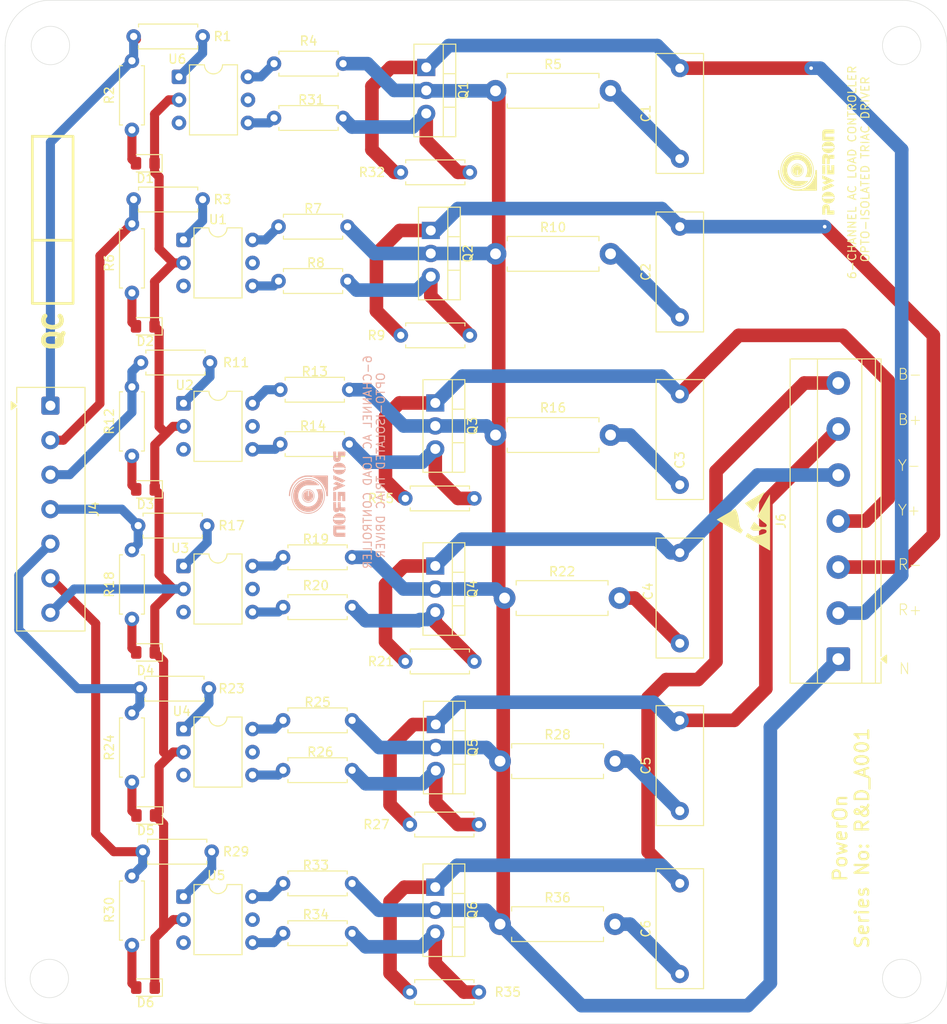
<source format=kicad_pcb>
(kicad_pcb (version 20241229) (generator "pcbnew") (generator_version "9.0")
  (layers (0 "F.Cu" signal) (2 "B.Cu" signal) (13 "F.Paste" user) (15 "B.Paste" user) (5 "F.SilkS" user "F.Silkscreen") (7 "B.SilkS" user "B.Silkscreen") (1 "F.Mask" user) (3 "B.Mask" user) (25 "Edge.Cuts" user))
  (net 0 "")
  (net 1 "Net-(J6-Pin_2)")
  (net 2 "Net-(C1-Pad1)")
  (net 3 "Net-(J6-Pin_3)")
  (net 4 "Net-(C2-Pad1)")
  (net 5 "Net-(J6-Pin_4)")
  (net 6 "Net-(C3-Pad1)")
  (net 7 "Net-(J6-Pin_5)")
  (net 8 "Net-(C4-Pad1)")
  (net 9 "Net-(J6-Pin_6)")
  (net 10 "Net-(C5-Pad1)")
  (net 11 "Net-(C6-Pad1)")
  (net 12 "Net-(J6-Pin_7)")
  (net 13 "GND")
  (net 14 "Net-(D1-A)")
  (net 15 "Net-(D2-A)")
  (net 16 "Net-(D3-A)")
  (net 17 "Net-(D4-A)")
  (net 18 "Net-(D5-A)")
  (net 19 "Net-(D6-A)")
  (net 20 "N")
  (net 21 "Net-(J4-Pin_2)")
  (net 22 "Net-(J4-Pin_1)")
  (net 23 "Net-(J4-Pin_3)")
  (net 24 "Net-(J4-Pin_4)")
  (net 25 "Net-(Q1-G)")
  (net 26 "Net-(Q2-G)")
  (net 27 "Net-(Q3-G)")
  (net 28 "Net-(Q4-G)")
  (net 29 "Net-(Q5-G)")
  (net 30 "Net-(Q6-G)")
  (net 31 "Net-(R1-Pad1)")
  (net 32 "Net-(R3-Pad1)")
  (net 33 "Net-(R4-Pad2)")
  (net 34 "Net-(R7-Pad2)")
  (net 35 "Net-(R8-Pad2)")
  (net 36 "Net-(R11-Pad1)")
  (net 37 "Net-(R13-Pad2)")
  (net 38 "Net-(R14-Pad2)")
  (net 39 "Net-(R17-Pad1)")
  (net 40 "Net-(R19-Pad2)")
  (net 41 "Net-(R20-Pad2)")
  (net 42 "Net-(J4-Pin_5)")
  (net 43 "Net-(R23-Pad1)")
  (net 44 "Net-(R25-Pad2)")
  (net 45 "Net-(R26-Pad2)")
  (net 46 "Net-(J4-Pin_6)")
  (net 47 "Net-(R29-Pad1)")
  (net 48 "Net-(R31-Pad2)")
  (net 49 "Net-(R33-Pad2)")
  (net 50 "Net-(R34-Pad2)")
  (footprint "Resistor_THT:R_Axial_DIN0207_L6.3mm_D2.5mm_P7.62mm_Horizontal" (layer "F.Cu") (at 114.69 153.5)
    (property "Reference" "R35")
    (property "Value" "10K")
  )
  (footprint "Resistor_THT:R_Axial_DIN0411_L9.9mm_D3.6mm_P12.70mm_Horizontal" (layer "F.Cu") (at 124.65 146)
    (property "Reference" "R36")
    (property "Value" "100E")
  )
  (footprint "Resistor_THT:R_Axial_DIN0207_L6.3mm_D2.5mm_P7.62mm_Horizontal" (layer "F.Cu") (at 84 104.69 -90)
    (property "Reference" "R18")
    (property "Value" "1k")
  )
  (footprint "LED_SMD:LED_0805_2012Metric_Pad1.15x1.40mm_HandSolder" (layer "F.Cu") (at 85.525 134 180)
    (property "Reference" "D5")
    (property "Value" "LED")
  )
  (footprint "Resistor_THT:R_Axial_DIN0207_L6.3mm_D2.5mm_P7.62mm_Horizontal" (layer "F.Cu") (at 108.31 147 180)
    (property "Reference" "R34")
    (property "Value" "180R")
  )
  (footprint "Resistor_THT:R_Axial_DIN0207_L6.3mm_D2.5mm_P7.62mm_Horizontal" (layer "F.Cu") (at 92.62 84 180)
    (property "Reference" "R11")
    (property "Value" "330R")
  )
  (footprint "Resistor_THT:R_Axial_DIN0207_L6.3mm_D2.5mm_P7.62mm_Horizontal" (layer "F.Cu") (at 84 140.69 -90)
    (property "Reference" "R30")
    (property "Value" "1k")
  )
  (footprint "Resistor_THT:R_Axial_DIN0207_L6.3mm_D2.5mm_P7.62mm_Horizontal" (layer "F.Cu") (at 113.69 63)
    (property "Reference" "R32")
    (property "Value" "10K")
  )
  (footprint "Resistor_THT:R_Axial_DIN0207_L6.3mm_D2.5mm_P7.62mm_Horizontal" (layer "F.Cu") (at 92.81 138 180)
    (property "Reference" "R29")
    (property "Value" "330R")
  )
  (footprint "Resistor_THT:R_Axial_DIN0207_L6.3mm_D2.5mm_P7.62mm_Horizontal" (layer "F.Cu") (at 114.19 117)
    (property "Reference" "R21")
    (property "Value" "10K")
  )
  (footprint "Resistor_THT:R_Axial_DIN0207_L6.3mm_D2.5mm_P7.62mm_Horizontal" (layer "F.Cu") (at 91.81 66 180)
    (property "Reference" "R3")
    (property "Value" "330R")
  )
  (footprint "Resistor_THT:R_Axial_DIN0411_L9.9mm_D3.6mm_P12.70mm_Horizontal" (layer "F.Cu") (at 124.15 92)
    (property "Reference" "R16")
    (property "Value" "100E")
  )
  (footprint "Resistor_THT:R_Axial_DIN0207_L6.3mm_D2.5mm_P7.62mm_Horizontal" (layer "F.Cu") (at 114.19 99)
    (property "Reference" "R15")
    (property "Value" "10K")
  )
  (footprint "pic:poweron logo main f " (layer "F.Cu") (at 158.5 63 90)
    (property "Reference" "G***" (hide yes))
    (property "Value" "LOGO" (hide yes))
  )
  (footprint "LED_SMD:LED_0805_2012Metric_Pad1.15x1.40mm_HandSolder" (layer "F.Cu") (at 85.475 62 180)
    (property "Reference" "D1")
    (property "Value" "LED")
  )
  (footprint "Resistor_THT:R_Axial_DIN0207_L6.3mm_D2.5mm_P7.62mm_Horizontal" (layer "F.Cu") (at 108.31 129 180)
    (property "Reference" "R26")
    (property "Value" "180R")
  )
  (footprint "Resistor_THT:R_Axial_DIN0207_L6.3mm_D2.5mm_P7.62mm_Horizontal" (layer "F.Cu") (at 91.81 48 180)
    (property "Reference" "R1")
    (property "Value" "330R")
  )
  (footprint "LED_SMD:LED_0805_2012Metric_Pad1.15x1.40mm_HandSolder" (layer "F.Cu") (at 85.475 80 180)
    (property "Reference" "D2")
    (property "Value" "LED")
  )
  (footprint "LED_SMD:LED_0805_2012Metric_Pad1.15x1.40mm_HandSolder" (layer "F.Cu") (at 85.5 116 180)
    (property "Reference" "D4")
    (property "Value" "LED")
  )
  (footprint "Capacitor_THT:C_Rect_L13.0mm_W5.0mm_P10.00mm_FKS3_FKP3_MKS4" (layer "F.Cu") (at 144.5 79 90)
    (property "Reference" "C2")
    (property "Value" "0.1uF / 275VAC (X2)")
  )
  (footprint "Resistor_THT:R_Axial_DIN0207_L6.3mm_D2.5mm_P7.62mm_Horizontal" (layer "F.Cu") (at 108.31 141.5 180)
    (property "Reference" "R33")
    (property "Value" "360E")
  )
  (footprint "LED_SMD:LED_0805_2012Metric_Pad1.15x1.40mm_HandSolder" (layer "F.Cu") (at 85.5 153 180)
    (property "Reference" "D6")
    (property "Value" "LED")
  )
  (footprint "Package_DIP:DIP-6_W7.62mm" (layer "F.Cu") (at 89.695 106.46)
    (property "Reference" "U3")
    (property "Value" "MOC3063M")
  )
  (footprint "Resistor_THT:R_Axial_DIN0207_L6.3mm_D2.5mm_P7.62mm_Horizontal" (layer "F.Cu") (at 114.69 135)
    (property "Reference" "R27")
    (property "Value" "10K")
  )
  (footprint "Capacitor_THT:C_Rect_L13.0mm_W5.0mm_P10.00mm_FKS3_FKP3_MKS4" (layer "F.Cu") (at 144.5 133.5 90)
    (property "Reference" "C5")
    (property "Value" "0.1uF / 275VAC (X2)")
  )
  (footprint "Resistor_THT:R_Axial_DIN0411_L9.9mm_D3.6mm_P12.70mm_Horizontal" (layer "F.Cu") (at 125.15 110)
    (property "Reference" "R22")
    (property "Value" "100E")
  )
  (footprint "Package_TO_SOT_THT:TO-220-3_Vertical" (layer "F.Cu") (at 116.5 51.42 -90)
    (property "Reference" "Q1")
    (property "Value" "BTA16-600B")
  )
  (footprint "Resistor_THT:R_Axial_DIN0207_L6.3mm_D2.5mm_P7.62mm_Horizontal" (layer "F.Cu") (at 108.31 123.5 180)
    (property "Reference" "R25")
    (property "Value" "360E")
  )
  (footprint "TerminalBlock_Phoenix:TerminalBlock_Phoenix_MKDS-1,5-7-5.08_1x07_P5.08mm_Horizontal" (layer "F.Cu") (at 162 116.74 90)
    (property "Reference" "J6")
    (property "Value" "Conn_01x07 CON2 3.81")
  )
  (footprint "Resistor_THT:R_Axial_DIN0207_L6.3mm_D2.5mm_P7.62mm_Horizontal" (layer "F.Cu") (at 84 86.69 -90)
    (property "Reference" "R12")
    (property "Value" "1k")
  )
  (footprint "Package_DIP:DIP-6_W7.62mm" (layer "F.Cu") (at 89.695 88.5)
    (property "Reference" "U2")
    (property "Value" "MOC3063M")
  )
  (footprint "Capacitor_THT:C_Rect_L13.0mm_W5.0mm_P10.00mm_FKS3_FKP3_MKS4" (layer "F.Cu") (at 144.5 151.5 90)
    (property "Reference" "C6")
    (property "Value" "0.1uF / 275VAC (X2)")
  )
  (footprint "Symbol:ESD-Logo_6.6x6mm_SilkScreen" (layer "F.Cu") (at 151.5 101.5 90)
    (property "Reference" "REF**" (hide yes))
    (property "Value" "ESD-Logo_6.6x6mm_SilkScreen" (hide yes))
  )
  (footprint "Resistor_THT:R_Axial_DIN0207_L6.3mm_D2.5mm_P7.62mm_Horizontal" (layer "F.Cu") (at 108 93 180)
    (property "Reference" "R14")
    (property "Value" "180R")
  )
  (footprint "Resistor_THT:R_Axial_DIN0207_L6.3mm_D2.5mm_P7.62mm_Horizontal" (layer "F.Cu") (at 92.31 102 180)
    (property "Reference" "R17")
    (property "Value" "330R")
  )
  (footprint "Resistor_THT:R_Axial_DIN0207_L6.3mm_D2.5mm_P7.62mm_Horizontal" (layer "F.Cu") (at 107.81 75 180)
    (property "Reference" "R8")
    (property "Value" "180R")
  )
  (footprint "Resistor_THT:R_Axial_DIN0207_L6.3mm_D2.5mm_P7.62mm_Horizontal" (layer "F.Cu") (at 108.31 105.5 180)
    (property "Reference" "R19")
    (property "Value" "360E")
  )
  (footprint "LED_SMD:LED_0805_2012Metric_Pad1.15x1.40mm_HandSolder" (layer "F.Cu") (at 85.5 98 180)
    (property "Reference" "D3")
    (property "Value" "LED")
  )
  (footprint "Package_DIP:DIP-6_W7.62mm" (layer "F.Cu") (at 89.195 52.46)
    (property "Reference" "U6")
    (property "Value" "MOC3063M")
  )
  (footprint "Resistor_THT:R_Axial_DIN0207_L6.3mm_D2.5mm_P7.62mm_Horizontal" (layer "F.Cu") (at 84 50.69 -90)
    (property "Reference" "R2")
    (property "Value" "1k")
  )
  (footprint "Resistor_THT:R_Axial_DIN0411_L9.9mm_D3.6mm_P12.70mm_Horizontal" (layer "F.Cu") (at 124.15 72)
    (property "Reference" "R10")
    (property "Value" "100E")
  )
  (footprint "Package_DIP:DIP-6_W7.62mm" (layer "F.Cu") (at 89.695 124.46)
    (property "Reference" "U4")
    (property "Value" "MOC3063M")
  )
  (footprint "Package_TO_SOT_THT:TO-220-3_Vertical" (layer "F.Cu") (at 117.5 106.46 -90)
    (property "Reference" "Q4")
    (property "Value" "BTA16-600B")
  )
  (footprint "Resistor_THT:R_Axial_DIN0207_L6.3mm_D2.5mm_P7.62mm_Horizontal" (layer "F.Cu") (at 92.5 120 180)
    (property "Reference" "R23")
    (property "Value" "330R")
  )
  (footprint "Resistor_THT:R_Axial_DIN0207_L6.3mm_D2.5mm_P7.62mm_Horizontal" (layer "F.Cu") (at 108 87 180)
    (property "Reference" "R13")
    (property "Value" "360E")
  )
  (footprint "Resistor_THT:R_Axial_DIN0207_L6.3mm_D2.5mm_P7.62mm_Horizontal" (layer "F.Cu") (at 84 122.69 -90)
    (property "Reference" "R24")
    (property "Value" "1k")
  )
  (footprint "Resistor_THT:R_Axial_DIN0207_L6.3mm_D2.5mm_P7.62mm_Horizontal" (layer "F.Cu") (at 107.81 69 180)
    (property "Reference" "R7")
    (property "Value" "360E")
  )
  (footprint "Package_DIP:DIP-6_W7.62mm" (layer "F.Cu") (at 89.695 142.96)
    (property "Reference" "U5")
    (property "Value" "MOC3063M")
  )
  (footprint "Package_TO_SOT_THT:TO-220-3_Vertical" (layer "F.Cu") (at 117.55 123.96 -90)
    (property "Reference" "Q5")
    (property "Value" "BTA16-600B")
  )
  (footprint "Package_TO_SOT_THT:TO-220-3_Vertical" (layer "F.Cu") (at 117 69.42 -90)
    (property "Reference" "Q2")
    (property "Value" "BTA16-600B")
  )
  (footprint "Resistor_THT:R_Axial_DIN0207_L6.3mm_D2.5mm_P7.62mm_Horizontal" (layer "F.Cu") (at 107.31 57 180)
    (property "Reference" "R31")
    (property "Value" "180R")
  )
  (footprint "Resistor_THT:R_Axial_DIN0207_L6.3mm_D2.5mm_P7.62mm_Horizontal" (layer "F.Cu") (at 84 68.69 -90)
    (property "Reference" "R6")
    (property "Value" "1k")
  )
  (footprint "Capacitor_THT:C_Rect_L13.0mm_W5.0mm_P10.00mm_FKS3_FKP3_MKS4" (layer "F.Cu") (at 144.5 61.5 90)
    (property "Reference" "C1")
    (property "Value" "0.1uF / 275VAC (X2)")
  )
  (footprint "Resistor_THT:R_Axial_DIN0411_L9.9mm_D3.6mm_P12.70mm_Horizontal" (layer "F.Cu") (at 124.65 128)
    (property "Reference" "R28")
    (property "Value" "100E")
  )
  (footprint "Package_TO_SOT_THT:TO-220-3_Vertical" (layer "F.Cu") (at 117.5 88.46 -90)
    (property "Reference" "Q3")
    (property "Value" "BTA16-600B")
  )
  (footprint "Capacitor_THT:C_Rect_L13.0mm_W5.0mm_P10.00mm_FKS3_FKP3_MKS4" (layer "F.Cu") (at 144.5 115 90)
    (property "Reference" "C4")
    (property "Value" "0.1uF / 275VAC (X2)")
  )
  (footprint "Package_TO_SOT_THT:TO-220-3_Vertical" (layer "F.Cu") (at 117.5 141.92 -90)
    (property "Reference" "Q6")
    (property "Value" "BTA16-600B")
  )
  (footprint "Package_DIP:DIP-6_W7.62mm" (layer "F.Cu") (at 89.695 70.46)
    (property "Reference" "U1")
    (property "Value" "MOC3063M")
  )
  (footprint "Resistor_THT:R_Axial_DIN0411_L9.9mm_D3.6mm_P12.70mm_Horizontal" (layer "F.Cu") (at 124.15 54)
    (property "Reference" "R5")
    (property "Value" "100E")
  )
  (footprint "Resistor_THT:R_Axial_DIN0207_L6.3mm_D2.5mm_P7.62mm_Horizontal" (layer "F.Cu") (at 113.69 81)
    (property "Reference" "R9")
    (property "Value" "10K")
  )
  (footprint "Capacitor_THT:C_Rect_L13.0mm_W5.0mm_P10.00mm_FKS3_FKP3_MKS4" (layer "F.Cu") (at 144.5 97.5 90)
    (property "Reference" "C3")
    (property "Value" "0.1uF / 275VAC (X2)")
  )
  (footprint "Resistor_THT:R_Axial_DIN0207_L6.3mm_D2.5mm_P7.62mm_Horizontal" (layer "F.Cu") (at 107.31 51 180)
    (property "Reference" "R4")
    (property "Value" "360E")
  )
  (footprint "TerminalBlock_Phoenix:TerminalBlock_Phoenix_MKDS-1-7-3.81_1x07_P3.81mm_Horizontal" (layer "F.Cu") (at 75 88.76 -90)
    (property "Reference" "J4")
    (property "Value" "Conn_01x07")
  )
  (footprint "Resistor_THT:R_Axial_DIN0207_L6.3mm_D2.5mm_P7.62mm_Horizontal" (layer "F.Cu") (at 108.31 111 180)
    (property "Reference" "R20")
    (property "Value" "180R")
  )
  (footprint "pic:poweron logo main f " (layer "B.Cu") (at 104.5 98.5 -90)
    (property "Reference" "G***" (hide yes))
    (property "Value" "LOGO" (hide yes))
  )
  (gr_line (start 73 70.5) (end 77.5 70.5) (stroke (width 0.3)) (layer "F.SilkS"))
  (gr_rect (start 73 59.025) (end 77.5 77.475) (stroke (width 0.3)) (fill no) (layer "F.SilkS"))
  (gr_arc (start 174 152) (mid 172.535534 155.535534) (end 169 157) (stroke (width 0.05)) (layer "Edge.Cuts"))
  (gr_circle (center 75 49) (end 76.5 50.5) (stroke (width 0.05)) (fill no) (layer "Edge.Cuts"))
  (gr_line (start 174 49) (end 174 152) (stroke (width 0.05)) (layer "Edge.Cuts"))
  (gr_circle (center 74.87868 152) (end 76.37868 153.5) (stroke (width 0.05)) (fill no) (layer "Edge.Cuts"))
  (gr_line (start 169 157) (end 75 157) (stroke (width 0.05)) (layer "Edge.Cuts"))
  (gr_line (start 70 152) (end 70 49) (stroke (width 0.05)) (layer "Edge.Cuts"))
  (gr_line (start 75 44) (end 169 44) (stroke (width 0.05)) (layer "Edge.Cuts"))
  (gr_arc (start 169 44) (mid 172.535534 45.464466) (end 174 49) (stroke (width 0.05)) (layer "Edge.Cuts"))
  (gr_circle (center 169 49) (end 170.5 50.5) (stroke (width 0.05)) (fill no) (layer "Edge.Cuts"))
  (gr_circle (center 169 152) (end 170.5 153.5) (stroke (width 0.05)) (fill no) (layer "Edge.Cuts"))
  (gr_arc (start 75 157) (mid 71.464466 155.535534) (end 70 152) (stroke (width 0.05)) (layer "Edge.Cuts"))
  (gr_arc (start 70 49) (mid 71.464466 45.464466) (end 75 44) (stroke (width 0.05)) (layer "Edge.Cuts"))
  (gr_text "QC" (at 76.5 80.525 90) (layer "F.SilkS") (effects (font (size 2 2) (thickness 0.5) (bold yes)) (justify bottom)))
  (gr_text "Y-\n\n" (at 168.5 98 0) (layer "F.SilkS") (effects (font (size 1.2 1.2) (thickness 0.1)) (justify left bottom)))
  (gr_text "PowerOn\nSeries No: R&D_A001\n" (at 165.5 136.5 90) (layer "F.SilkS") (effects (font (size 1.5 1.5) (thickness 0.25) (bold yes)) (justify bottom)))
  (gr_text "6-CHANNEL AC LOAD CONTROLLER\n OPTO-ISOLATED TRIAC DRIVER\n" (at 165.5 63 90) (layer "F.SilkS") (effects (font (size 0.9 0.9) (thickness 0.125) (bold yes)) (justify bottom)))
  (gr_text "Y+\n" (at 168.5 101 0) (layer "F.SilkS") (effects (font (size 1.2 1.2) (thickness 0.1)) (justify left bottom)))
  (gr_text "B+\n" (at 168.5 91 0) (layer "F.SilkS") (effects (font (size 1.2 1.2) (thickness 0.1)) (justify left bottom)))
  (gr_text "R+\n" (at 168.5 112 0) (layer "F.SilkS") (effects (font (size 1.2 1.2) (thickness 0.1)) (justify left bottom)))
  (gr_text "N\n" (at 170 117 180) (layer "F.SilkS") (effects (font (size 1.2 1.2) (thickness 0.1)) (justify left bottom)))
  (gr_text "B-\n" (at 168.5 86 0) (layer "F.SilkS") (effects (font (size 1.2 1.2) (thickness 0.1)) (justify left bottom)))
  (gr_text "R-\n" (at 168.5 107 0) (layer "F.SilkS") (effects (font (size 1.2 1.2) (thickness 0.1)) (justify left bottom)))
  (gr_text "6-CHANNEL AC LOAD CONTROLLER\n OPTO-ISOLATED TRIAC DRIVER\n" (at 112 95 90) (layer "B.SilkS") (effects (font (size 0.9 0.9) (thickness 0.125) (bold yes)) (justify bottom mirror)))
  (segment (start 110.5 60.5) (end 110.5 53.5) (width 1.5) (layer "F.Cu") (net 1))
  (segment (start 112.58 51.42) (end 116.5 51.42) (width 1.5) (layer "F.Cu") (net 1))
  (segment (start 159 51.5) (end 144.5 51.5) (width 1.5) (layer "F.Cu") (net 1))
  (segment (start 110.5 53.5) (end 112.58 51.42) (width 1.5) (layer "F.Cu") (net 1))
  (segment (start 113.69 63) (end 113 63) (width 1.5) (layer "F.Cu") (net 1))
  (segment (start 113 63) (end 110.5 60.5) (width 1.5) (layer "F.Cu") (net 1))
  (via (at 159 51.5) (size 1) (drill 0.4) (layers "F.Cu" "B.Cu") (net 1))
  (segment (start 169 107.5) (end 164.84 111.66) (width 1.5) (layer "B.Cu") (net 1))
  (segment (start 159 51.5) (end 160 51.5) (width 1.5) (layer "B.Cu") (net 1))
  (segment (start 164.84 111.66) (end 162 111.66) (width 1.5) (layer "B.Cu") (net 1))
  (segment (start 119 49) (end 116.58 51.42) (width 1.5) (layer "B.Cu") (net 1))
  (segment (start 116.58 51.42) (end 116.5 51.42) (width 1.5) (layer "B.Cu") (net 1))
  (segment (start 169 60.5) (end 169 107.5) (width 1.5) (layer "B.Cu") (net 1))
  (segment (start 160 51.5) (end 169 60.5) (width 1.5) (layer "B.Cu") (net 1))
  (segment (start 144.5 51.5) (end 142 49) (width 1.5) (layer "B.Cu") (net 1))
  (segment (start 142 49) (end 119 49) (width 1.5) (layer "B.Cu") (net 1))
  (segment (start 136.85 54) (end 137 54) (width 1) (layer "B.Cu") (net 2))
  (segment (start 137 54) (end 144.5 61.5) (width 1.5) (layer "B.Cu") (net 2))
  (segment (start 168.92 106.58) (end 162 106.58) (width 1.5) (layer "F.Cu") (net 3))
  (segment (start 113.58 69.42) (end 111 72) (width 1.5) (layer "F.Cu") (net 3))
  (segment (start 113.5 80.81) (end 113.69 81) (width 1) (layer "F.Cu") (net 3))
  (segment (start 111 72) (end 111 78.31) (width 1.5) (layer "F.Cu") (net 3))
  (segment (start 172.5 81) (end 172.5 103) (width 1.5) (layer "F.Cu") (net 3))
  (segment (start 160.5 69) (end 172.5 81) (width 1.5) (layer "F.Cu") (net 3))
  (segment (start 172.5 103) (end 168.92 106.58) (width 1.5) (layer "F.Cu") (net 3))
  (segment (start 117 69.42) (end 113.58 69.42) (width 1.5) (layer "F.Cu") (net 3))
  (segment (start 111 78.31) (end 113.5 80.81) (width 1.5) (layer "F.Cu") (net 3))
  (via (at 160.5 69) (size 1) (drill 0.4) (layers "F.Cu" "B.Cu") (net 3))
  (segment (start 144.5 69) (end 142.5 67) (width 1.5) (layer "B.Cu") (net 3))
  (segment (start 142.5 67) (end 120 67) (width 1.5) (layer "B.Cu") (net 3))
  (segment (start 160.5 69) (end 144.5 69) (width 1.5) (layer "B.Cu") (net 3))
  (segment (start 120 67) (end 117.58 69.42) (width 1.5) (layer "B.Cu") (net 3))
  (segment (start 117.58 69.42) (end 117 69.42) (width 1.5) (layer "B.Cu") (net 3))
  (segment (start 137.5 72) (end 144.5 79) (width 1.5) (layer "B.Cu") (net 4))
  (segment (start 136.85 72) (end 137.5 72) (width 1) (layer "B.Cu") (net 4))
  (segment (start 113.81 98.81) (end 114 98.81) (width 1.5) (layer "F.Cu") (net 5))
  (segment (start 112 97) (end 113.81 98.81) (width 1.5) (layer "F.Cu") (net 5))
  (segment (start 162 101.5) (end 165 101.5) (width 1.5) (layer "F.Cu") (net 5))
  (segment (start 162.5 81) (end 151 81) (width 1.5) (layer "F.Cu") (net 5))
  (segment (start 114 98.81) (end 114.19 99) (width 1) (layer "F.Cu") (net 5))
  (segment (start 151 81) (end 148.4499 83.5501) (width 1.5) (layer "F.Cu") (net 5))
  (segment (start 167.5 99) (end 167.5 86) (width 1.5) (layer "F.Cu") (net 5))
  (segment (start 148.4499 83.5501) (end 144.5 87.5) (width 1.5) (layer "F.Cu") (net 5))
  (segment (start 167.5 86) (end 162.5 81) (width 1.5) (layer "F.Cu") (net 5))
  (segment (start 112 90) (end 112 97) (width 1.5) (layer "F.Cu") (net 5))
  (segment (start 113.54 88.46) (end 112 90) (width 1.5) (layer "F.Cu") (net 5))
  (segment (start 117.5 88.46) (end 113.54 88.46) (width 1.5) (layer "F.Cu") (net 5))
  (segment (start 165 101.5) (end 167.5 99) (width 1.5) (layer "F.Cu") (net 5))
  (segment (start 117.54 88.46) (end 117.5 88.46) (width 1.5) (layer "B.Cu") (net 5))
  (segment (start 142.5 85.5) (end 120.5 85.5) (width 1.5) (layer "B.Cu") (net 5))
  (segment (start 120.5 85.5) (end 117.54 88.46) (width 1.5) (layer "B.Cu") (net 5))
  (segment (start 144.5 87.5) (end 142.5 85.5) (width 1.5) (layer "B.Cu") (net 5))
  (segment (start 139 92) (end 136.85 92) (width 1.5) (layer "B.Cu") (net 6))
  (segment (start 144.5 97.5) (end 139 92) (width 1.5) (layer "B.Cu") (net 6))
  (segment (start 114 116.81) (end 114.19 117) (width 1) (layer "F.Cu") (net 7))
  (segment (start 112 114.81) (end 114 116.81) (width 1.5) (layer "F.Cu") (net 7))
  (segment (start 112 108.5) (end 112 114.81) (width 1.5) (layer "F.Cu") (net 7))
  (segment (start 114.04 106.46) (end 112 108.5) (width 1.5) (layer "F.Cu") (net 7))
  (segment (start 117.5 106.46) (end 114.04 106.46) (width 1.5) (layer "F.Cu") (net 7))
  (segment (start 153.08 96.42) (end 144.5 105) (width 1.5) (layer "B.Cu") (net 7))
  (segment (start 144.5 105) (end 143.5 105) (width 1.5) (layer "B.Cu") (net 7))
  (segment (start 143.5 105) (end 142 103.5) (width 1.5) (layer "B.Cu") (net 7))
  (segment (start 142 103.5) (end 120.46 103.5) (width 1.5) (layer "B.Cu") (net 7))
  (segment (start 162 96.42) (end 153.08 96.42) (width 1.5) (layer "B.Cu") (net 7))
  (segment (start 120.46 103.5) (end 117.5 106.46) (width 1.5) (layer "B.Cu") (net 7))
  (segment (start 144.5 115) (end 139.5 110) (width 1.5) (layer "F.Cu") (net 8))
  (segment (start 139.5 110) (end 137.85 110) (width 1.5) (layer "F.Cu") (net 8))
  (segment (start 115.04 123.96) (end 117.55 123.96) (width 1.5) (layer "F.Cu") (net 9))
  (segment (start 150.5 123.5) (end 154 120) (width 1.5) (layer "F.Cu") (net 9))
  (segment (start 114.69 135) (end 112.5 132.81) (width 1.5) (layer "F.Cu") (net 9))
  (segment (start 144.5 123.5) (end 150.5 123.5) (width 1.5) (layer "F.Cu") (net 9))
  (segment (start 112.5 132.81) (end 112.5 126.5) (width 1.5) (layer "F.Cu") (net 9))
  (segment (start 154 99.34) (end 162 91.34) (width 1.5) (layer "F.Cu") (net 9))
  (segment (start 154 120) (end 154 99.34) (width 1.5) (layer "F.Cu") (net 9))
  (segment (start 112.5 126.5) (end 115.04 123.96) (width 1.5) (layer "F.Cu") (net 9))
  (segment (start 141.58 121.5) (end 144.04 123.96) (width 1.5) (layer "B.Cu") (net 9))
  (segment (start 120.01 121.5) (end 141.58 121.5) (width 1.5) (layer "B.Cu") (net 9))
  (segment (start 117.55 123.96) (end 120.01 121.5) (width 1.5) (layer "B.Cu") (net 9))
  (segment (start 144.04 123.96) (end 144.5 123.5) (width 1) (layer "B.Cu") (net 9))
  (segment (start 144.5 133.5) (end 139 128) (width 1.5) (layer "B.Cu") (net 10))
  (segment (start 139 128) (end 137.35 128) (width 1.5) (layer "B.Cu") (net 10))
  (segment (start 137.35 146) (end 139 146) (width 1.5) (layer "B.Cu") (net 11))
  (segment (start 139 146) (end 144.5 151.5) (width 1.5) (layer "B.Cu") (net 11))
  (segment (start 143 119) (end 146.5 119) (width 1.5) (layer "F.Cu") (net 12))
  (segment (start 141 138) (end 141 121) (width 1.5) (layer "F.Cu") (net 12))
  (segment (start 141 121) (end 143 119) (width 1.5) (layer "F.Cu") (net 12))
  (segment (start 148.5 117) (end 148.5 96) (width 1.5) (layer "F.Cu") (net 12))
  (segment (start 117.5 141.92) (end 114.08 141.92) (width 1.5) (layer "F.Cu") (net 12))
  (segment (start 114.08 141.92) (end 112.5 143.5) (width 1.5) (layer "F.Cu") (net 12))
  (segment (start 146.5 119) (end 148.5 117) (width 1.5) (layer "F.Cu") (net 12))
  (segment (start 144.5 141.5) (end 141 138) (width 1.5) (layer "F.Cu") (net 12))
  (segment (start 148.5 96) (end 158.24 86.26) (width 1.5) (layer "F.Cu") (net 12))
  (segment (start 112.5 143.5) (end 112.5 151.405) (width 1.5) (layer "F.Cu") (net 12))
  (segment (start 158.24 86.26) (end 162 86.26) (width 1.5) (layer "F.Cu") (net 12))
  (segment (start 114.595 153.5) (end 114.69 153.5) (width 1.5) (layer "F.Cu") (net 12))
  (segment (start 112.5 151.405) (end 114.595 153.5) (width 1.5) (layer "F.Cu") (net 12))
  (segment (start 119.92 139.5) (end 117.5 141.92) (width 1.5) (layer "B.Cu") (net 12))
  (segment (start 144.5 141.5) (end 142.5 139.5) (width 1.5) (layer "B.Cu") (net 12))
  (segment (start 142.5 139.5) (end 119.92 139.5) (width 1.5) (layer "B.Cu") (net 12))
  (segment (start 86.525 98) (end 87 98.475) (width 1) (layer "F.Cu") (net 13))
  (segment (start 86.525 116) (end 87.5 116.975) (width 1) (layer "F.Cu") (net 13))
  (segment (start 87.5 146.5) (end 87.531815 146.531815) (width 1) (layer "F.Cu") (net 13))
  (segment (start 86.525 147.53863) (end 86.525 153) (width 1) (layer "F.Cu") (net 13))
  (segment (start 87.5 127) (end 88.031815 127.531815) (width 1) (layer "F.Cu") (net 13))
  (segment (start 86.5 80) (end 87 80.5) (width 1) (layer "F.Cu") (net 13))
  (segment (start 87 63.5) (end 87 71.43637) (width 1) (layer "F.Cu") (net 13))
  (segment (start 87 71.43637) (end 88.56363 73) (width 1) (layer "F.Cu") (net 13))
  (segment (start 87.764 91.83963) (end 86.525 93.07863) (width 1) (layer "F.Cu") (net 13))
  (segment (start 87 80.5) (end 87 91.07563) (width 1) (layer "F.Cu") (net 13))
  (segment (start 86.55 134) (end 87.5 134.95) (width 1) (layer "F.Cu") (net 13))
  (segment (start 87 128.56363) (end 87 133.55) (width 1) (layer "F.Cu") (net 13))
  (segment (start 86.5 56.56363) (end 86.5 62) (width 1) (layer "F.Cu") (net 13))
  (segment (start 88.56363 127) (end 88.031815 127.531815) (width 1) (layer "F.Cu") (net 13))
  (segment (start 87.5 134.95) (end 87.5 146.5) (width 1) (layer "F.Cu") (net 13))
  (segment (start 88.56363 73) (end 86.5 75.06363) (width 1) (layer "F.Cu") (net 13))
  (segment (start 89.695 73) (end 88.56363 73) (width 1) (layer "F.Cu") (net 13))
  (segment (start 89.695 109) (end 88.56363 109) (width 1) (layer "F.Cu") (net 13))
  (segment (start 86.5 62) (end 86.5 63) (width 1) (layer "F.Cu") (net 13))
  (segment (start 86.525 93.07863) (end 86.525 98) (width 1) (layer "F.Cu") (net 13))
  (segment (start 87.5 116.975) (end 87.5 127) (width 1) (layer "F.Cu") (net 13))
  (segment (start 87.531815 146.531815) (end 86.525 147.53863) (width 1) (layer "F.Cu") (net 13))
  (segment (start 89.695 145.5) (end 88.56363 145.5) (width 1) (layer "F.Cu") (net 13))
  (segment (start 88.56363 109) (end 86.525 111.03863) (width 1) (layer "F.Cu") (net 13))
  (segment (start 89.195 55) (end 88.06363 55) (width 1) (layer "F.Cu") (net 13))
  (segment (start 88.06363 55) (end 86.5 56.56363) (width 1) (layer "F.Cu") (net 13))
  (segment (start 89.695 91.04) (end 88.56363 91.04) (width 1) (layer "F.Cu") (net 13))
  (segment (start 87 98.475) (end 87 107.43637) (width 1) (layer "F.Cu") (net 13))
  (segment (start 89.695 127) (end 88.56363 127) (width 1) (layer "F.Cu") (net 13))
  (segment (start 86.525 111.03863) (end 86.525 116) (width 1) (layer "F.Cu") (net 13))
  (segment (start 86.5 63) (end 87 63.5) (width 1) (layer "F.Cu") (net 13))
  (segment (start 87 91.07563) (end 87.764 91.83963) (width 1) (layer "F.Cu") (net 13))
  (segment (start 89.4539 73.1587) (end 89.2952 73) (width 1) (layer "F.Cu") (net 13))
  (segment (start 88.56363 91.04) (end 87.764 91.83963) (width 1) (layer "F.Cu") (net 13))
  (segment (start 88.031815 127.531815) (end 87 128.56363) (width 1) (layer "F.Cu") (net 13))
  (segment (start 89.651 145.7108) (end 89.4802 145.54) (width 1) (layer "F.Cu") (net 13))
  (segment (start 87 107.43637) (end 88.56363 109) (width 1) (layer "F.Cu") (net 13))
  (segment (start 88.56363 145.5) (end 87.531815 146.531815) (width 1) (layer "F.Cu") (net 13))
  (segment (start 86.5 75.06363) (end 86.5 80) (width 1) (layer "F.Cu") (net 13))
  (segment (start 87 133.55) (end 86.55 134) (width 1) (layer "F.Cu") (net 13))
  (segment (start 77.62 109) (end 89.695 109) (width 1) (layer "B.Cu") (net 13))
  (segment (start 75 111.62) (end 77.62 109) (width 1) (layer "B.Cu") (net 13))
  (segment (start 84.5 61.95) (end 84.45 62) (width 1) (layer "F.Cu") (net 14))
  (segment (start 84 61.55) (end 84.45 62) (width 1) (layer "F.Cu") (net 14))
  (segment (start 84 58.31) (end 84 61.55) (width 1) (layer "F.Cu") (net 14))
  (segment (start 84 76.31) (end 84 79.55) (width 1) (layer "F.Cu") (net 15))
  (segment (start 84 79.55) (end 84.45 80) (width 1) (layer "F.Cu") (net 15))
  (segment (start 84 94.31) (end 84 97.525) (width 1) (layer "F.Cu") (net 16))
  (segment (start 84 97.525) (end 84.475 98) (width 1) (layer "F.Cu") (net 16))
  (segment (start 84 112.31) (end 84 115.525) (width 1) (layer "F.Cu") (net 17))
  (segment (start 84 115.525) (end 84.475 116) (width 1) (layer "F.Cu") (net 17))
  (segment (start 84 133.5) (end 84.5 134) (width 1) (layer "F.Cu") (net 18))
  (segment (start 84 130.31) (end 84 133.5) (width 1) (layer "F.Cu") (net 18))
  (segment (start 84 152.525) (end 84.475 153) (width 1) (layer "F.Cu") (net 19))
  (segment (start 84 148.31) (end 84 152.525) (width 1) (layer "F.Cu") (net 19))
  (segment (start 125 127.65) (end 124.65 128) (width 1) (layer "F.Cu") (net 20))
  (segment (start 124.5 91.65) (end 124.15 92) (width 1.5) (layer "F.Cu") (net 20))
  (segment (start 125 110.15) (end 125 127.65) (width 1.5) (layer "F.Cu") (net 20))
  (segment (start 124.5 72.35) (end 124.5 91.65) (width 1.5) (layer "F.Cu") (net 20))
  (segment (start 124.5 71.65) (end 124.15 72) (width 1.5) (layer "F.Cu") (net 20))
  (segment (start 125 128.35) (end 125 145.65) (width 1.5) (layer "F.Cu") (net 20))
  (segment (start 124.5 54.35) (end 124.5 71.65) (width 1.5) (layer "F.Cu") (net 20))
  (segment (start 124.15 72) (end 124.5 72.35) (width 1.5) (layer "F.Cu") (net 20))
  (segment (start 124.5 109.35) (end 125 109.85) (width 1.5) (layer "F.Cu") (net 20))
  (segment (start 124.15 54) (end 124.5 54.35) (width 1.5) (layer "F.Cu") (net 20))
  (segment (start 124.5 92.35) (end 124.5 109.35) (width 1.5) (layer "F.Cu") (net 20))
  (segment (start 125.15 110) (end 125 110.15) (width 1) (layer "F.Cu") (net 20))
  (segment (start 124.15 92) (end 124.5 92.35) (width 1.5) (layer "F.Cu") (net 20))
  (segment (start 125 145.65) (end 124.65 146) (width 1.5) (layer "F.Cu") (net 20))
  (segment (start 125 109.85) (end 125.15 110) (width 1) (layer "F.Cu") (net 20))
  (segment (start 124.65 128) (end 125 128.35) (width 1.5) (layer "F.Cu") (net 20))
  (segment (start 116.54 54) (end 116.5 53.96) (width 1.5) (layer "B.Cu") (net 20))
  (segment (start 117.55 126.5) (end 123.15 126.5) (width 1.5) (layer "B.Cu") (net 20))
  (segment (start 152 155) (end 133.65 155) (width 1.5) (layer "B.Cu") (net 20))
  (segment (start 114 91) (end 117.5 91) (width 1.5) (layer "B.Cu") (net 20))
  (segment (start 117.5 91) (end 123.15 91) (width 1.5) (layer "B.Cu") (net 20))
  (segment (start 119.9017 109) (end 124.15 109) (width 1.5) (layer "B.Cu") (net 20))
  (segment (start 108.31 105.5) (end 110.5 105.5) (width 1.5) (layer "B.Cu") (net 20))
  (segment (start 110 87) (end 114 91) (width 1.5) (layer "B.Cu") (net 20))
  (segment (start 110.5 105.5) (end 114 109) (width 1.5) (layer "B.Cu") (net 20))
  (segment (start 123.11 144.46) (end 117.5 144.46) (width 1.5) (layer "B.Cu") (net 20))
  (segment (start 107.81 69) (end 110.77 71.96) (width 1.5) (layer "B.Cu") (net 20))
  (segment (start 111.31 126.5) (end 117.55 126.5) (width 1.5) (layer "B.Cu") (net 20))
  (segment (start 124.11 71.96) (end 124.15 72) (width 1) (layer "B.Cu") (net 20))
  (segment (start 107.31 51) (end 110 51) (width 1.5) (layer "B.Cu") (net 20))
  (segment (start 110.77 71.96) (end 117 71.96) (width 1.5) (layer "B.Cu") (net 20))
  (segment (start 117 71.96) (end 124.11 71.96) (width 1.5) (layer "B.Cu") (net 20))
  (segment (start 114 109) (end 117.5 109) (width 1.5) (layer "B.Cu") (net 20))
  (segment (start 108.31 123.5) (end 111.31 126.5) (width 1.5) (layer "B.Cu") (net 20))
  (segment (start 108 87) (end 110 87) (width 1.5) (layer "B.Cu") (net 20))
  (segment (start 110 51) (end 112.96 53.96) (width 1.5) (layer "B.Cu") (net 20))
  (segment (start 133.65 155) (end 124.65 146) (width 1.5) (layer "B.Cu") (net 20))
  (segment (start 117.5 109) (end 119.4259 109) (width 1.5) (layer "B.Cu") (net 20))
  (segment (start 154.5 152.5) (end 152 155) (width 1.5) (layer "B.Cu") (net 20))
  (segment (start 124.15 109) (end 125.15 110) (width 1.5) (layer "B.Cu") (net 20))
  (segment (start 154.5 124.24) (end 154.5 152.5) (width 1.5) (layer "B.Cu") (net 20))
  (segment (start 123.15 91) (end 124.15 92) (width 1.5) (layer "B.Cu") (net 20))
  (segment (start 124.15 54) (end 116.54 54) (width 1.5) (layer "B.Cu") (net 20))
  (segment (start 123.15 126.5) (end 124.65 128) (width 1.5) (layer "B.Cu") (net 20))
  (segment (start 112.96 53.96) (end 116.5 53.96) (width 1.5) (layer "B.Cu") (net 20))
  (segment (start 162 116.74) (end 154.5 124.24) (width 1.5) (layer "B.Cu") (net 20))
  (segment (start 108.31 141.5) (end 111.27 144.46) (width 1.5) (layer "B.Cu") (net 20))
  (segment (start 111.27 144.46) (end 117.5 144.46) (width 1.5) (layer "B.Cu") (net 20))
  (segment (start 124.65 146) (end 123.11 144.46) (width 1.5) (layer "B.Cu") (net 20))
  (segment (start 80.4666 72.2234) (end 80.4666 88.5334) (width 1) (layer "F.Cu") (net 21))
  (segment (start 84 68.69) (end 80.4666 72.2234) (width 1) (layer "F.Cu") (net 21))
  (segment (start 80.4666 88.5334) (end 76.43 92.57) (width 1) (layer "F.Cu") (net 21))
  (segment (start 84.19 66) (end 84 66.19) (width 1) (layer "F.Cu") (net 21))
  (segment (start 84.19 68.5) (end 84 68.69) (width 1) (layer "F.Cu") (net 21))
  (segment (start 76.43 92.57) (end 75 92.57) (width 1) (layer "F.Cu") (net 21))
  (segment (start 84.19 66) (end 84.19 68.5) (width 1) (layer "B.Cu") (net 21))
  (segment (start 84.19 68.5) (end 84 68.69) (width 1) (layer "B.Cu") (net 21))
  (segment (start 84.19 50.5) (end 84 50.69) (width 1) (layer "F.Cu") (net 22))
  (segment (start 84.5 48.31) (end 84.19 48) (width 1) (layer "F.Cu") (net 22))
  (segment (start 75 59.69) (end 75 88.76) (width 1) (layer "B.Cu") (net 22))
  (segment (start 84.19 50.5) (end 84 50.69) (width 1) (layer "B.Cu") (net 22))
  (segment (start 84.19 48) (end 84.19 50.5) (width 1) (layer "B.Cu") (net 22))
  (segment (start 84 50.69) (end 75 59.69) (width 1) (layer "B.Cu") (net 22))
  (segment (start 84 86.69) (end 84 85) (width 1) (layer "B.Cu") (net 23))
  (segment (start 77.12 96.38) (end 84 89.5) (width 1) (layer "B.Cu") (net 23))
  (segment (start 75 96.38) (end 77.12 96.38) (width 1) (layer "B.Cu") (net 23))
  (segment (start 84 89.5) (end 84 86.69) (width 1) (layer "B.Cu") (net 23))
  (segment (start 84 85) (end 85 84) (width 1) (layer "B.Cu") (net 23))
  (segment (start 84.69 102) (end 84.69 104) (width 1) (layer "B.Cu") (net 24))
  (segment (start 84.69 104) (end 84 104.69) (width 1) (layer "B.Cu") (net 24))
  (segment (start 84.69 102) (end 82.88 100.19) (width 1) (layer "B.Cu") (net 24))
  (segment (start 82.88 100.19) (end 75 100.19) (width 1) (layer "B.Cu") (net 24))
  (segment (start 120 63) (end 116.5 59.5) (width 1.5) (layer "F.Cu") (net 25))
  (segment (start 121.31 63) (end 120 63) (width 1.5) (layer "F.Cu") (net 25))
  (segment (start 116.5 59.5) (end 116.5 56.5) (width 1.5) (layer "F.Cu") (net 25))
  (segment (start 108.31 58) (end 115 58) (width 1.5) (layer "B.Cu") (net 25))
  (segment (start 107.31 57) (end 108.31 58) (width 1.5) (layer "B.Cu") (net 25))
  (segment (start 115 58) (end 116.5 56.5) (width 1.5) (layer "B.Cu") (net 25))
  (segment (start 117 74.5) (end 117 76.69) (width 1.5) (layer "F.Cu") (net 26))
  (segment (start 117 76.69) (end 121.31 81) (width 1.5) (layer "F.Cu") (net 26))
  (segment (start 115.5 76) (end 108.81 76) (width 1.5) (layer "B.Cu") (net 26))
  (segment (start 117 74.5) (end 115.5 76) (width 1.5) (layer "B.Cu") (net 26))
  (segment (start 108.81 76) (end 107.81 75) (width 1.5) (layer "B.Cu") (net 26))
  (segment (start 120 99) (end 121.81 99) (width 1.5) (layer "F.Cu") (net 27))
  (segment (start 117.5 96.5) (end 120 99) (width 1.5) (layer "F.Cu") (net 27))
  (segment (start 117.5 93.54) (end 117.5 96.5) (width 1.5) (layer "F.Cu") (net 27))
  (segment (start 116.04 95) (end 110 95) (width 1.5) (layer "B.Cu") (net 27))
  (segment (start 117.5 93.54) (end 116.04 95) (width 1.5) (layer "B.Cu") (net 27))
  (segment (start 110 95) (end 108 93) (width 1.5) (layer "B.Cu") (net 27))
  (segment (start 117.5 111.54) (end 117.5 112.69) (width 1.5) (layer "F.Cu") (net 28))
  (segment (start 117.5 112.69) (end 121.81 117) (width 1.5) (layer "F.Cu") (net 28))
  (segment (start 108.31 111) (end 109.81 112.5) (width 1.5) (layer "B.Cu") (net 28))
  (segment (start 115.807311 112.369) (end 116.671 112.369) (width 1.5) (layer "B.Cu") (net 28))
  (segment (start 115.67631 112.5) (end 115.807311 112.369) (width 1.5) (layer "B.Cu") (net 28))
  (segment (start 116.671 112.369) (end 117.5 111.54) (width 1.5) (layer "B.Cu") (net 28))
  (segment (start 109.81 112.5) (end 115.67631 112.5) (width 1.5) (layer "B.Cu") (net 28))
  (segment (start 122.31 135) (end 120 135) (width 1.5) (layer "F.Cu") (net 29))
  (segment (start 117.55 132.55) (end 117.55 129.04) (width 1.5) (layer "F.Cu") (net 29))
  (segment (start 120 135) (end 117.55 132.55) (width 1.5) (layer "F.Cu") (net 29))
  (segment (start 109.81 130.5) (end 116.09 130.5) (width 1.5) (layer "B.Cu") (net 29))
  (segment (start 116.09 130.5) (end 117.55 129.04) (width 1.5) (layer "B.Cu") (net 29))
  (segment (start 108.31 129) (end 109.81 130.5) (width 1.5) (layer "B.Cu") (net 29))
  (segment (start 120.6642 153.5) (end 122.31 153.5) (width 1.5) (layer "F.Cu") (net 30))
  (segment (start 117.5 150.3358) (end 120.6642 153.5) (width 1.5) (layer "F.Cu") (net 30))
  (segment (start 117.5 147) (end 117.5 150.3358) (width 1.5) (layer "F.Cu") (net 30))
  (segment (start 109.81 148.5) (end 116 148.5) (width 1.5) (layer "B.Cu") (net 30))
  (segment (start 116 148.5) (end 117.5 147) (width 1.5) (layer "B.Cu") (net 30))
  (segment (start 108.31 147) (end 109.81 148.5) (width 1.5) (layer "B.Cu") (net 30))
  (segment (start 91.81 48) (end 91.81 49.845) (width 1) (layer "B.Cu") (net 31))
  (segment (start 91.81 49.845) (end 89.195 52.46) (width 1) (layer "B.Cu") (net 31))
  (segment (start 89.5 70.265) (end 89.695 70.46) (width 1) (layer "F.Cu") (net 32))
  (segment (start 91.81 66) (end 91.81 68.345) (width 1) (layer "B.Cu") (net 32))
  (segment (start 91.81 68.345) (end 89.695 70.46) (width 1) (layer "B.Cu") (net 32))
  (segment (start 98.23 52.46) (end 99.69 51) (width 1) (layer "B.Cu") (net 33))
  (segment (start 96.815 52.46) (end 98.23 52.46) (width 1) (layer "B.Cu") (net 33))
  (segment (start 98.73 70.46) (end 100.19 69) (width 1) (layer "B.Cu") (net 34))
  (segment (start 97.315 70.46) (end 98.73 70.46) (width 1) (layer "B.Cu") (net 34))
  (segment (start 97.315 75.54) (end 99.65 75.54) (width 1) (layer "B.Cu") (net 35))
  (segment (start 99.65 75.54) (end 100.19 75) (width 1) (layer "B.Cu") (net 35))
  (segment (start 92.62 85.575) (end 89.695 88.5) (width 1) (layer "B.Cu") (net 36))
  (segment (start 92.62 84) (end 92.62 85.575) (width 1) (layer "B.Cu") (net 36))
  (segment (start 98.815 87) (end 97.315 88.5) (width 1) (layer "B.Cu") (net 37))
  (segment (start 100.38 87) (end 98.815 87) (width 1) (layer "B.Cu") (net 37))
  (segment (start 97.315 93.58) (end 99.8 93.58) (width 1) (layer "B.Cu") (net 38))
  (segment (start 99.8 93.58) (end 100.38 93) (width 1) (layer "B.Cu") (net 38))
  (segment (start 92.31 103.845) (end 89.695 106.46) (width 1) (layer "B.Cu") (net 39))
  (segment (start 92.31 102) (end 92.31 103.845) (width 1) (layer "B.Cu") (net 39))
  (segment (start 99.73 106.46) (end 100.69 105.5) (width 1) (layer "B.Cu") (net 40))
  (segment (start 97.315 106.46) (end 99.73 106.46) (width 1) (layer "B.Cu") (net 40))
  (segment (start 100.15 111.54) (end 100.69 111) (width 1) (layer "B.Cu") (net 41))
  (segment (start 97.315 111.54) (end 100.15 111.54) (width 1) (layer "B.Cu") (net 41))
  (segment (start 84.88 120) (end 85 120.12) (width 1) (layer "F.Cu") (net 42))
  (segment (start 71.5 113.5) (end 78 120) (width 1) (layer "B.Cu") (net 42))
  (segment (start 71.5 107.5) (end 71.5 113.5) (width 1) (layer "B.Cu") (net 42))
  (segment (start 84.88 120) (end 84.88 121.81) (width 1) (layer "B.Cu") (net 42))
  (segment (start 75 104) (end 71.5 107.5) (width 1) (layer "B.Cu") (net 42))
  (segment (start 84.88 121.81) (end 84 122.69) (width 1) (layer "B.Cu") (net 42))
  (segment (start 78 120) (end 84.88 120) (width 1) (layer "B.Cu") (net 42))
  (segment (start 92.5 120) (end 92.5 121.655) (width 1) (layer "B.Cu") (net 43))
  (segment (start 92.5 121.655) (end 89.695 124.46) (width 1) (layer "B.Cu") (net 43))
  (segment (start 99.73 124.46) (end 100.69 123.5) (width 1) (layer "B.Cu") (net 44))
  (segment (start 97.315 124.46) (end 99.73 124.46) (width 1) (layer "B.Cu") (net 44))
  (segment (start 100.15 129.54) (end 100.69 129) (width 1) (layer "B.Cu") (net 45))
  (segment (start 97.315 129.54) (end 100.15 129.54) (width 1) (layer "B.Cu") (net 45))
  (segment (start 85.19 138) (end 82 138) (width 1) (layer "F.Cu") (net 46))
  (segment (start 82 138) (end 80 136) (width 1) (layer "F.Cu") (net 46))
  (segment (start 80 112.81) (end 75 107.81) (width 1) (layer "F.Cu") (net 46))
  (segment (start 80 136) (end 80 112.81) (width 1) (layer "F.Cu") (net 46))
  (segment (start 85.19 138) (end 85.19 139.5) (width 1) (layer "B.Cu") (net 46))
  (segment (start 85.19 139.5) (end 84 140.69) (width 1) (layer "B.Cu") (net 46))
  (segment (start 92.81 139.845) (end 89.695 142.96) (width 1) (layer "B.Cu") (net 47))
  (segment (start 92.81 138) (end 92.81 139.845) (width 1) (layer "B.Cu") (net 47))
  (segment (start 96.815 57.54) (end 99.15 57.54) (width 1) (layer "B.Cu") (net 48))
  (segment (start 99.15 57.54) (end 99.69 57) (width 1) (layer "B.Cu") (net 48))
  (segment (start 97.315 142.96) (end 99.23 142.96) (width 1) (layer "B.Cu") (net 49))
  (segment (start 99.23 142.96) (end 100.69 141.5) (width 1) (layer "B.Cu") (net 49))
  (segment (start 99.65 148.04) (end 100.69 147) (width 1) (layer "B.Cu") (net 50))
  (segment (start 97.315 148.04) (end 99.65 148.04) (width 1) (layer "B.Cu") (net 50))
)
</source>
